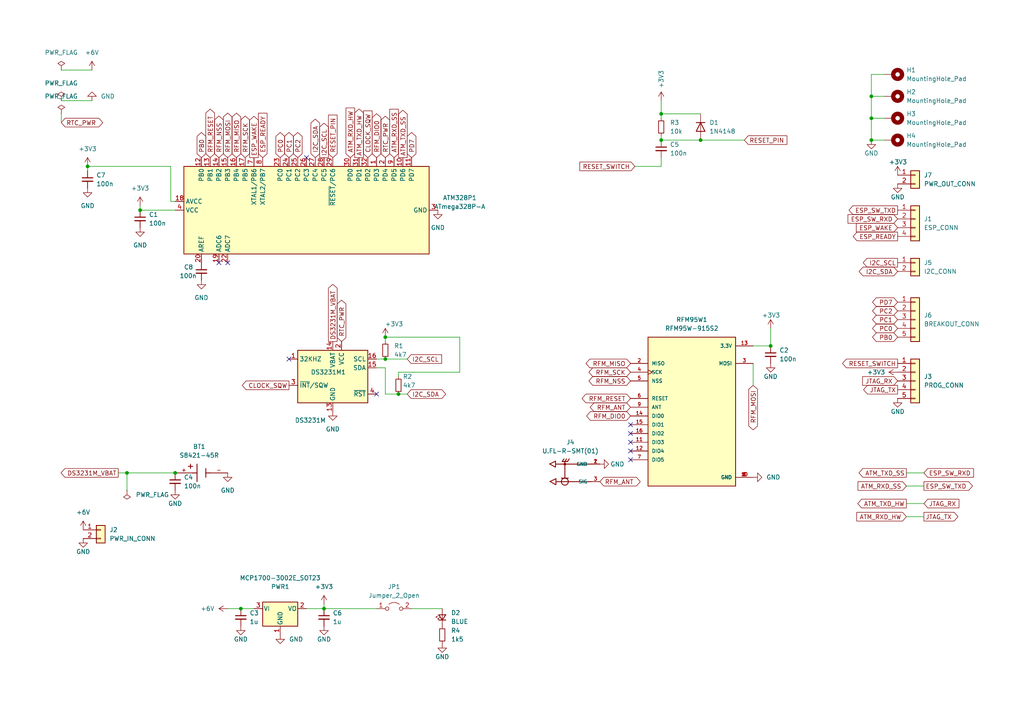
<source format=kicad_sch>
(kicad_sch (version 20211123) (generator eeschema)
  (paper "A4")
  (lib_symbols
    (symbol "Connector_Generic:Conn_01x02" (pin_names (offset 1.016) hide)
      (property "Reference" "J" (at 0 2.54 0))
      (property "Value" "Conn_01x02" (at 0 -5.08 0))
      (symbol "Conn_01x02_1_1"
        (rectangle (start -1.27 -2.413) (end 0 -2.667) (stroke (width 0.1524)))
        (rectangle (start -1.27 0.127) (end 0 -0.127) (stroke (width 0.1524)))
        (rectangle (start -1.27 1.27) (end 1.27 -3.81) (stroke (width 0.254)) (fill (type background)))
        (pin passive line (at -5.08 0 0) (length 3.81) (name "Pin_1") (number "1"))
        (pin passive line (at -5.08 -2.54 0) (length 3.81) (name "Pin_2") (number "2"))
      )
    )
    (symbol "Connector_Generic:Conn_01x04" (pin_names (offset 1.016) hide)
      (property "Reference" "J" (at 0 5.08 0))
      (property "Value" "Conn_01x04" (at 0 -7.62 0))
      (symbol "Conn_01x04_1_1"
        (rectangle (start -1.27 -4.953) (end 0 -5.207) (stroke (width 0.1524)))
        (rectangle (start -1.27 -2.413) (end 0 -2.667) (stroke (width 0.1524)))
        (rectangle (start -1.27 0.127) (end 0 -0.127) (stroke (width 0.1524)))
        (rectangle (start -1.27 2.667) (end 0 2.413) (stroke (width 0.1524)))
        (rectangle (start -1.27 3.81) (end 1.27 -6.35) (stroke (width 0.254)) (fill (type background)))
        (pin passive line (at -5.08 2.54 0) (length 3.81) (name "Pin_1") (number "1"))
        (pin passive line (at -5.08 0 0) (length 3.81) (name "Pin_2") (number "2"))
        (pin passive line (at -5.08 -2.54 0) (length 3.81) (name "Pin_3") (number "3"))
        (pin passive line (at -5.08 -5.08 0) (length 3.81) (name "Pin_4") (number "4"))
      )
    )
    (symbol "Connector_Generic:Conn_01x05" (pin_names (offset 1.016) hide)
      (property "Reference" "J" (at 0 7.62 0))
      (property "Value" "Conn_01x05" (at 0 -7.62 0))
      (symbol "Conn_01x05_1_1"
        (rectangle (start -1.27 -4.953) (end 0 -5.207) (stroke (width 0.1524)))
        (rectangle (start -1.27 -2.413) (end 0 -2.667) (stroke (width 0.1524)))
        (rectangle (start -1.27 0.127) (end 0 -0.127) (stroke (width 0.1524)))
        (rectangle (start -1.27 2.667) (end 0 2.413) (stroke (width 0.1524)))
        (rectangle (start -1.27 5.207) (end 0 4.953) (stroke (width 0.1524)))
        (rectangle (start -1.27 6.35) (end 1.27 -6.35) (stroke (width 0.254)) (fill (type background)))
        (pin passive line (at -5.08 5.08 0) (length 3.81) (name "Pin_1") (number "1"))
        (pin passive line (at -5.08 2.54 0) (length 3.81) (name "Pin_2") (number "2"))
        (pin passive line (at -5.08 0 0) (length 3.81) (name "Pin_3") (number "3"))
        (pin passive line (at -5.08 -2.54 0) (length 3.81) (name "Pin_4") (number "4"))
        (pin passive line (at -5.08 -5.08 0) (length 3.81) (name "Pin_5") (number "5"))
      )
    )
    (symbol "Device:C_Small" (pin_numbers hide) (pin_names (offset 0.254) hide)
      (property "Reference" "C" (at 0.254 1.778 0))
      (property "Value" "C_Small" (at 0.254 -2.032 0))
      (symbol "C_Small_0_1"
        (polyline (pts (xy -1.524 -0.508) (xy 1.524 -0.508)) (stroke (width 0.3302)))
        (polyline (pts (xy -1.524 0.508) (xy 1.524 0.508)) (stroke (width 0.3048)))
      )
      (symbol "C_Small_1_1"
        (pin passive line (at 0 2.54 270) (length 2.032) (name "~") (number "1"))
        (pin passive line (at 0 -2.54 90) (length 2.032) (name "~") (number "2"))
      )
    )
    (symbol "Device:LED_Small" (pin_numbers hide) (pin_names (offset 0.254) hide)
      (property "Reference" "D" (at -1.27 3.175 0))
      (property "Value" "LED_Small" (at -4.445 -2.54 0))
      (symbol "LED_Small_0_1"
        (polyline (pts (xy -0.762 -1.016) (xy -0.762 1.016)) (stroke (width 0.254)))
        (polyline (pts (xy 1.016 0) (xy -0.762 0)))
        (polyline (pts (xy 0.762 -1.016) (xy -0.762 0) (xy 0.762 1.016) (xy 0.762 -1.016)) (stroke (width 0.254)))
        (polyline (pts (xy 0 0.762) (xy -0.508 1.27) (xy -0.254 1.27) (xy -0.508 1.27) (xy -0.508 1.016)))
        (polyline (pts (xy 0.508 1.27) (xy 0 1.778) (xy 0.254 1.778) (xy 0 1.778) (xy 0 1.524)))
      )
      (symbol "LED_Small_1_1"
        (pin passive line (at -2.54 0 0) (length 1.778) (name "K") (number "1"))
        (pin passive line (at 2.54 0 180) (length 1.778) (name "A") (number "2"))
      )
    )
    (symbol "Device:R_Small" (pin_numbers hide) (pin_names (offset 0.254) hide)
      (property "Reference" "R" (at 0.762 0.508 0))
      (property "Value" "R_Small" (at 0.762 -1.016 0))
      (symbol "R_Small_0_1"
        (rectangle (start -0.762 1.778) (end 0.762 -1.778) (stroke (width 0.2032)))
      )
      (symbol "R_Small_1_1"
        (pin passive line (at 0 2.54 270) (length 0.762) (name "~") (number "1"))
        (pin passive line (at 0 -2.54 90) (length 0.762) (name "~") (number "2"))
      )
    )
    (symbol "Diode:1N4148" (pin_numbers hide) (pin_names (offset 1.016) hide)
      (property "Reference" "D" (at 0 2.54 0))
      (property "Value" "1N4148" (at 0 -2.54 0))
      (symbol "1N4148_0_1"
        (polyline (pts (xy -1.27 1.27) (xy -1.27 -1.27)) (stroke (width 0.254)))
        (polyline (pts (xy 1.27 0) (xy -1.27 0)))
        (polyline (pts (xy 1.27 1.27) (xy 1.27 -1.27) (xy -1.27 0) (xy 1.27 1.27)) (stroke (width 0.254)))
      )
      (symbol "1N4148_1_1"
        (pin passive line (at -3.81 0 0) (length 2.54) (name "K") (number "1"))
        (pin passive line (at 3.81 0 180) (length 2.54) (name "A") (number "2"))
      )
    )
    (symbol "Jumper:Jumper_2_Open" (pin_names (offset 0) hide)
      (property "Reference" "JP" (at 0 2.794 0))
      (property "Value" "Jumper_2_Open" (at 0 -2.286 0))
      (symbol "Jumper_2_Open_0_0"
        (circle (center -2.032 0) (radius 0.508))
        (circle (center 2.032 0) (radius 0.508))
      )
      (symbol "Jumper_2_Open_0_1"
        (arc (start 1.524 1.27) (mid 0 1.778) (end -1.524 1.27))
      )
      (symbol "Jumper_2_Open_1_1"
        (pin passive line (at -5.08 0 0) (length 2.54) (name "A") (number "1"))
        (pin passive line (at 5.08 0 180) (length 2.54) (name "B") (number "2"))
      )
    )
    (symbol "MCU_Microchip_ATmega:ATmega328P-A"
      (property "Reference" "U" (at -12.7 36.83 0))
      (property "Value" "ATmega328P-A" (at 2.54 -36.83 0))
      (symbol "ATmega328P-A_0_1"
        (rectangle (start -12.7 -35.56) (end 12.7 35.56) (stroke (width 0.254)) (fill (type background)))
      )
      (symbol "ATmega328P-A_1_1"
        (pin bidirectional line (at 15.24 -20.32 180) (length 2.54) (name "PD3") (number "1"))
        (pin bidirectional line (at 15.24 -27.94 180) (length 2.54) (name "PD6") (number "10"))
        (pin bidirectional line (at 15.24 -30.48 180) (length 2.54) (name "PD7") (number "11"))
        (pin bidirectional line (at 15.24 30.48 180) (length 2.54) (name "PB0") (number "12"))
        (pin bidirectional line (at 15.24 27.94 180) (length 2.54) (name "PB1") (number "13"))
        (pin bidirectional line (at 15.24 25.4 180) (length 2.54) (name "PB2") (number "14"))
        (pin bidirectional line (at 15.24 22.86 180) (length 2.54) (name "PB3") (number "15"))
        (pin bidirectional line (at 15.24 20.32 180) (length 2.54) (name "PB4") (number "16"))
        (pin bidirectional line (at 15.24 17.78 180) (length 2.54) (name "PB5") (number "17"))
        (pin power_in line (at 2.54 38.1 270) (length 2.54) (name "AVCC") (number "18"))
        (pin input line (at -15.24 25.4 0) (length 2.54) (name "ADC6") (number "19"))
        (pin bidirectional line (at 15.24 -22.86 180) (length 2.54) (name "PD4") (number "2"))
        (pin passive line (at -15.24 30.48 0) (length 2.54) (name "AREF") (number "20"))
        (pin passive line (at 0 -38.1 90) (length 2.54) hide (name "GND") (number "21"))
        (pin input line (at -15.24 22.86 0) (length 2.54) (name "ADC7") (number "22"))
        (pin bidirectional line (at 15.24 7.62 180) (length 2.54) (name "PC0") (number "23"))
        (pin bidirectional line (at 15.24 5.08 180) (length 2.54) (name "PC1") (number "24"))
        (pin bidirectional line (at 15.24 2.54 180) (length 2.54) (name "PC2") (number "25"))
        (pin bidirectional line (at 15.24 0 180) (length 2.54) (name "PC3") (number "26"))
        (pin bidirectional line (at 15.24 -2.54 180) (length 2.54) (name "PC4") (number "27"))
        (pin bidirectional line (at 15.24 -5.08 180) (length 2.54) (name "PC5") (number "28"))
        (pin bidirectional line (at 15.24 -7.62 180) (length 2.54) (name "~{RESET}/PC6") (number "29"))
        (pin power_in line (at 0 -38.1 90) (length 2.54) (name "GND") (number "3"))
        (pin bidirectional line (at 15.24 -12.7 180) (length 2.54) (name "PD0") (number "30"))
        (pin bidirectional line (at 15.24 -15.24 180) (length 2.54) (name "PD1") (number "31"))
        (pin bidirectional line (at 15.24 -17.78 180) (length 2.54) (name "PD2") (number "32"))
        (pin power_in line (at 0 38.1 270) (length 2.54) (name "VCC") (number "4"))
        (pin passive line (at 0 -38.1 90) (length 2.54) hide (name "GND") (number "5"))
        (pin passive line (at 0 38.1 270) (length 2.54) hide (name "VCC") (number "6"))
        (pin bidirectional line (at 15.24 15.24 180) (length 2.54) (name "XTAL1/PB6") (number "7"))
        (pin bidirectional line (at 15.24 12.7 180) (length 2.54) (name "XTAL2/PB7") (number "8"))
        (pin bidirectional line (at 15.24 -25.4 180) (length 2.54) (name "PD5") (number "9"))
      )
    )
    (symbol "Mechanical:MountingHole_Pad" (pin_numbers hide) (pin_names (offset 1.016) hide)
      (property "Reference" "H" (at 0 6.35 0))
      (property "Value" "MountingHole_Pad" (at 0 4.445 0))
      (symbol "MountingHole_Pad_0_1"
        (circle (center 0 1.27) (radius 1.27) (stroke (width 1.27)))
      )
      (symbol "MountingHole_Pad_1_1"
        (pin input line (at 0 -2.54 90) (length 2.54) (name "1") (number "1"))
      )
    )
    (symbol "RFM95W-915S2:RFM95W-915S2" (pin_names (offset 1.016))
      (property "Reference" "U" (at -12.7 22.86 0))
      (property "Value" "RFM95W-915S2" (at -12.7 -22.86 0))
      (symbol "RFM95W-915S2_0_0"
        (rectangle (start -12.7 -20.32) (end 12.7 22.86) (stroke (width 0.254)) (fill (type background)))
        (pin power_in line (at 17.78 -17.78 180) (length 5.08) (name "GND") (number "1"))
        (pin power_in line (at 17.78 -17.78 180) (length 5.08) (name "GND") (number "10"))
        (pin bidirectional line (at -17.78 -7.62 0) (length 5.08) (name "DIO3") (number "11"))
        (pin bidirectional line (at -17.78 -10.16 0) (length 5.08) (name "DIO4") (number "12"))
        (pin power_in line (at 17.78 20.32 180) (length 5.08) (name "3.3V") (number "13"))
        (pin bidirectional line (at -17.78 0 0) (length 5.08) (name "DIO0") (number "14"))
        (pin bidirectional line (at -17.78 -2.54 0) (length 5.08) (name "DIO1") (number "15"))
        (pin bidirectional line (at -17.78 -5.08 0) (length 5.08) (name "DIO2") (number "16"))
        (pin input line (at -17.78 15.24 0) (length 5.08) (name "MISO") (number "2"))
        (pin output line (at 17.78 15.24 180) (length 5.08) (name "MOSI") (number "3"))
        (pin input clock (at -17.78 12.7 0) (length 5.08) (name "SCK") (number "4"))
        (pin input line (at -17.78 10.16 0) (length 5.08) (name "NSS") (number "5"))
        (pin bidirectional line (at -17.78 5.08 0) (length 5.08) (name "RESET") (number "6"))
        (pin bidirectional line (at -17.78 -12.7 0) (length 5.08) (name "DIO5") (number "7"))
        (pin power_in line (at 17.78 -17.78 180) (length 5.08) (name "GND") (number "8"))
        (pin bidirectional line (at -17.78 2.54 0) (length 5.08) (name "ANT") (number "9"))
      )
    )
    (symbol "Regulator_Linear:MCP1700-3002E_SOT23" (pin_names (offset 0.254))
      (property "Reference" "U" (at -3.81 3.175 0))
      (property "Value" "MCP1700-3002E_SOT23" (at 0 3.175 0))
      (symbol "MCP1700-3002E_SOT23_0_1"
        (rectangle (start -5.08 1.905) (end 5.08 -5.08) (stroke (width 0.254)) (fill (type background)))
      )
      (symbol "MCP1700-3002E_SOT23_1_1"
        (pin power_in line (at 0 -7.62 90) (length 2.54) (name "GND") (number "1"))
        (pin power_out line (at 7.62 0 180) (length 2.54) (name "VO") (number "2"))
        (pin power_in line (at -7.62 0 0) (length 2.54) (name "VI") (number "3"))
      )
    )
    (symbol "S8421-45R:S8421-45R" (pin_names (offset 1.016) hide)
      (property "Reference" "BT" (at -3.81 3.81 0))
      (property "Value" "S8421-45R" (at -3.81 -5.08 0))
      (symbol "S8421-45R_0_0"
        (polyline (pts (xy -3.81 1.905) (xy -2.54 1.905)) (stroke (width 0.254)))
        (polyline (pts (xy -3.175 2.54) (xy -3.175 1.27)) (stroke (width 0.254)))
        (polyline (pts (xy -1.27 0) (xy -2.54 0)) (stroke (width 0.254)))
        (polyline (pts (xy -1.27 0) (xy -1.27 -2.54)) (stroke (width 0.254)))
        (polyline (pts (xy -1.27 2.54) (xy -1.27 0)) (stroke (width 0.254)))
        (polyline (pts (xy 1.27 0) (xy 1.27 -1.27)) (stroke (width 0.254)))
        (polyline (pts (xy 1.27 0) (xy 2.54 0)) (stroke (width 0.254)))
        (polyline (pts (xy 1.27 1.27) (xy 1.27 0)) (stroke (width 0.254)))
        (pin passive line (at -7.62 0 0) (length 5.08) (name "~") (number "+"))
        (pin passive line (at 7.62 0 180) (length 5.08) (name "~") (number "-"))
      )
    )
    (symbol "Timer_RTC:DS3231M"
      (property "Reference" "U" (at -7.62 8.89 0))
      (property "Value" "DS3231M" (at 10.16 8.89 0))
      (symbol "DS3231M_0_1"
        (rectangle (start -10.16 7.62) (end 10.16 -7.62) (stroke (width 0.254)) (fill (type background)))
      )
      (symbol "DS3231M_1_1"
        (pin open_collector line (at 12.7 5.08 180) (length 2.54) (name "32KHZ") (number "1"))
        (pin passive line (at 0 -10.16 90) (length 2.54) hide (name "GND") (number "10"))
        (pin passive line (at 0 -10.16 90) (length 2.54) hide (name "GND") (number "11"))
        (pin passive line (at 0 -10.16 90) (length 2.54) hide (name "GND") (number "12"))
        (pin power_in line (at 0 -10.16 90) (length 2.54) (name "GND") (number "13"))
        (pin power_in line (at 0 10.16 270) (length 2.54) (name "VBAT") (number "14"))
        (pin bidirectional line (at -12.7 2.54 0) (length 2.54) (name "SDA") (number "15"))
        (pin input line (at -12.7 5.08 0) (length 2.54) (name "SCL") (number "16"))
        (pin power_in line (at -2.54 10.16 270) (length 2.54) (name "VCC") (number "2"))
        (pin open_collector line (at 12.7 -2.54 180) (length 2.54) (name "~{INT}/SQW") (number "3"))
        (pin bidirectional line (at -12.7 -5.08 0) (length 2.54) (name "~{RST}") (number "4"))
        (pin passive line (at 0 -10.16 90) (length 2.54) hide (name "GND") (number "5"))
        (pin passive line (at 0 -10.16 90) (length 2.54) hide (name "GND") (number "6"))
        (pin passive line (at 0 -10.16 90) (length 2.54) hide (name "GND") (number "7"))
        (pin passive line (at 0 -10.16 90) (length 2.54) hide (name "GND") (number "8"))
        (pin passive line (at 0 -10.16 90) (length 2.54) hide (name "GND") (number "9"))
      )
    )
    (symbol "U.FL-R-SMT_01_:U.FL-R-SMT(01)" (pin_names (offset 1.016))
      (property "Reference" "J" (at -3.81 4.064 0))
      (property "Value" "U.FL-R-SMT(01)" (at -4.318 -5.588 0))
      (symbol "U.FL-R-SMT(01)_0_0"
        (circle (center 0 -2.54) (radius 0.254) (stroke (width 0.254)))
        (polyline (pts (xy -7.62 -2.54) (xy 0 -2.54)) (stroke (width 0.254)))
        (polyline (pts (xy -7.62 2.54) (xy 2.54 2.54)) (stroke (width 0.254)))
        (polyline (pts (xy -1.016 1.524) (xy 0 1.524)) (stroke (width 0.254)))
        (polyline (pts (xy -0.762 -3.302) (xy -1.27 -4.064)) (stroke (width 0.254)))
        (polyline (pts (xy 0 -3.302) (xy -0.762 -3.302)) (stroke (width 0.254)))
        (polyline (pts (xy 0 -3.302) (xy -0.508 -4.064)) (stroke (width 0.254)))
        (polyline (pts (xy 0 -3.302) (xy 0.762 -3.302)) (stroke (width 0.254)))
        (polyline (pts (xy 0 -2.54) (xy 0 -3.302)) (stroke (width 0.254)))
        (polyline (pts (xy 0 1.524) (xy 0 -2.54)) (stroke (width 0.254)))
        (polyline (pts (xy 0 1.524) (xy 1.016 1.524)) (stroke (width 0.254)))
        (polyline (pts (xy 0.762 -3.302) (xy 0.254 -4.064)) (stroke (width 0.254)))
        (polyline (pts (xy 2.54 -2.54) (xy 0 -2.54)) (stroke (width 0.254)))
        (polyline (pts (xy 2.5908 1.7018) (xy 4.2926 2.4892)) (stroke (width 0.254)))
        (polyline (pts (xy 2.5908 3.4036) (xy 2.5908 1.7018)) (stroke (width 0.254)))
        (polyline (pts (xy 2.6924 -3.4036) (xy 4.3942 -2.5908)) (stroke (width 0.254)))
        (polyline (pts (xy 2.6924 -1.7018) (xy 2.6924 -3.4036)) (stroke (width 0.254)))
        (polyline (pts (xy 4.2926 2.4892) (xy 2.6924 3.4036)) (stroke (width 0.254)))
        (polyline (pts (xy 4.3942 -2.5908) (xy 2.794 -1.7018)) (stroke (width 0.254)))
        (circle (center 0 2.54) (radius 1.016) (stroke (width 0.254)))
        (pin passive line (at -10.16 -2.54 0) (length 2.54) (name "GND") (number "1"))
        (pin passive line (at -10.16 -2.54 0) (length 2.54) (name "GND") (number "2"))
        (pin passive line (at -10.16 2.54 0) (length 2.54) (name "SIG") (number "3"))
      )
    )
    (symbol "power:+3.3V" (power) (pin_names (offset 0))
      (property "Value" "+3.3V" (at 0 3.556 0))
      (symbol "+3.3V_0_1"
        (polyline (pts (xy -0.762 1.27) (xy 0 2.54)))
        (polyline (pts (xy 0 0) (xy 0 2.54)))
        (polyline (pts (xy 0 2.54) (xy 0.762 1.27)))
      )
      (symbol "+3.3V_1_1"
        (pin power_in line (at 0 0 90) (length 0) hide (name "+3V3") (number "1"))
      )
    )
    (symbol "power:+6V" (power) (pin_names (offset 0))
      (property "Value" "+6V" (at 0 3.556 0))
      (symbol "+6V_0_1"
        (polyline (pts (xy -0.762 1.27) (xy 0 2.54)))
        (polyline (pts (xy 0 0) (xy 0 2.54)))
        (polyline (pts (xy 0 2.54) (xy 0.762 1.27)))
      )
      (symbol "+6V_1_1"
        (pin power_in line (at 0 0 90) (length 0) hide (name "+6V") (number "1"))
      )
    )
    (symbol "power:GND" (power) (pin_names (offset 0))
      (property "Value" "GND" (at 0 -3.81 0))
      (symbol "GND_0_1"
        (polyline (pts (xy 0 0) (xy 0 -1.27) (xy 1.27 -1.27) (xy 0 -2.54) (xy -1.27 -1.27) (xy 0 -1.27)))
      )
      (symbol "GND_1_1"
        (pin power_in line (at 0 0 270) (length 0) hide (name "GND") (number "1"))
      )
    )
    (symbol "power:PWR_FLAG" (power) (pin_numbers hide) (pin_names (offset 0) hide)
      (property "Value" "PWR_FLAG" (at 0 3.81 0))
      (symbol "PWR_FLAG_0_0"
        (pin power_out line (at 0 0 90) (length 0) (name "pwr") (number "1"))
      )
      (symbol "PWR_FLAG_0_1"
        (polyline (pts (xy 0 0) (xy 0 1.27) (xy -1.016 1.905) (xy 0 2.54) (xy 1.016 1.905) (xy 0 1.27)))
      )
    )
  )
  (junction (at 25.4 48.26))
  (junction (at 252.73 27.94))
  (junction (at 252.73 34.29))
  (junction (at 252.73 40.64))
  (junction (at 191.77 40.64))
  (junction (at 36.83 137.16))
  (junction (at 203.2 40.64))
  (junction (at 69.85 176.53))
  (junction (at 223.52 100.33))
  (junction (at 115.57 114.3))
  (junction (at 111.76 97.79))
  (junction (at 40.64 60.96))
  (junction (at 50.8 137.16))
  (junction (at 111.76 104.14))
  (junction (at 93.98 176.53))
  (junction (at 191.77 33.02))
  (no_connect (at 182.88 130.81))
  (no_connect (at 88.9 45.72))
  (no_connect (at 182.88 133.35))
  (no_connect (at 182.88 125.73))
  (no_connect (at 182.88 128.27))
  (no_connect (at 66.04 76.2))
  (no_connect (at 63.5 76.2))
  (no_connect (at 109.22 114.3))
  (no_connect (at 182.88 123.19))
  (no_connect (at 83.82 104.14))
  (wire (pts (xy 191.77 48.26) (xy 191.77 45.72)))
  (wire (pts (xy 66.04 176.53) (xy 69.85 176.53)))
  (wire (pts (xy 93.98 176.53) (xy 109.22 176.53)))
  (wire (pts (xy 252.73 40.64) (xy 256.54 40.64)))
  (wire (pts (xy 34.29 137.16) (xy 36.83 137.16)))
  (wire (pts (xy 115.57 107.95) (xy 133.35 107.95)))
  (wire (pts (xy 115.57 107.95) (xy 115.57 109.22)))
  (wire (pts (xy 252.73 34.29) (xy 256.54 34.29)))
  (wire (pts (xy 111.76 106.68) (xy 111.76 114.3)))
  (wire (pts (xy 191.77 33.02) (xy 203.2 33.02)))
  (wire (pts (xy 184.15 48.26) (xy 191.77 48.26)))
  (wire (pts (xy 133.35 107.95) (xy 133.35 97.79)))
  (wire (pts (xy 50.8 58.42) (xy 49.53 58.42)))
  (wire (pts (xy 49.53 48.26) (xy 25.4 48.26)))
  (wire (pts (xy 252.73 21.59) (xy 256.54 21.59)))
  (wire (pts (xy 203.2 40.64) (xy 215.9 40.64)))
  (wire (pts (xy 252.73 34.29) (xy 252.73 27.94)))
  (wire (pts (xy 252.73 27.94) (xy 256.54 27.94)))
  (wire (pts (xy 17.78 33.02) (xy 17.78 35.56)))
  (wire (pts (xy 17.78 29.21) (xy 26.67 29.21)))
  (wire (pts (xy 191.77 39.37) (xy 191.77 40.64)))
  (wire (pts (xy 252.73 27.94) (xy 252.73 21.59)))
  (wire (pts (xy 40.64 59.69) (xy 40.64 60.96)))
  (wire (pts (xy 109.22 106.68) (xy 111.76 106.68)))
  (wire (pts (xy 25.4 48.26) (xy 25.4 49.53)))
  (wire (pts (xy 223.52 95.25) (xy 223.52 100.33)))
  (wire (pts (xy 133.35 97.79) (xy 111.76 97.79)))
  (wire (pts (xy 36.83 137.16) (xy 36.83 142.24)))
  (wire (pts (xy 218.44 111.76) (xy 218.44 105.41)))
  (wire (pts (xy 111.76 114.3) (xy 115.57 114.3)))
  (wire (pts (xy 191.77 40.64) (xy 203.2 40.64)))
  (wire (pts (xy 252.73 40.64) (xy 252.73 34.29)))
  (wire (pts (xy 115.57 114.3) (xy 118.11 114.3)))
  (wire (pts (xy 49.53 58.42) (xy 49.53 48.26)))
  (wire (pts (xy 17.78 20.32) (xy 26.67 20.32)))
  (wire (pts (xy 262.89 137.16) (xy 267.97 137.16)))
  (wire (pts (xy 69.85 176.53) (xy 73.66 176.53)))
  (wire (pts (xy 93.98 175.26) (xy 93.98 176.53)))
  (wire (pts (xy 119.38 176.53) (xy 128.27 176.53)))
  (wire (pts (xy 40.64 60.96) (xy 50.8 60.96)))
  (wire (pts (xy 218.44 100.33) (xy 223.52 100.33)))
  (wire (pts (xy 262.89 146.05) (xy 267.97 146.05)))
  (wire (pts (xy 191.77 29.21) (xy 191.77 33.02)))
  (wire (pts (xy 262.89 149.86) (xy 267.97 149.86)))
  (wire (pts (xy 36.83 137.16) (xy 50.8 137.16)))
  (wire (pts (xy 111.76 104.14) (xy 109.22 104.14)))
  (wire (pts (xy 88.9 176.53) (xy 93.98 176.53)))
  (wire (pts (xy 111.76 97.79) (xy 111.76 99.06)))
  (wire (pts (xy 191.77 33.02) (xy 191.77 34.29)))
  (wire (pts (xy 262.89 140.97) (xy 267.97 140.97)))
  (wire (pts (xy 118.11 104.14) (xy 111.76 104.14)))
  (global_label "PD7" (shape bidirectional) (at 119.38 45.72 90) (property "Intersheet References" "${INTERSHEET_REFS}" (effects hide)))
  (global_label "DS3231M_VBAT" (shape output) (at 34.29 137.16 180) (property "Intersheet References" "${INTERSHEET_REFS}" (effects hide)))
  (global_label "ESP_SW_TXD" (shape output) (at 260.35 60.96 180) (property "Intersheet References" "${INTERSHEET_REFS}" (effects hide)))
  (global_label "RFM_NSS" (shape bidirectional) (at 182.88 110.49 180) (property "Intersheet References" "${INTERSHEET_REFS}" (effects hide)))
  (global_label "ESP_SW_RXD" (shape input) (at 267.97 137.16 0) (property "Intersheet References" "${INTERSHEET_REFS}" (effects hide)))
  (global_label "RFM_MOSI" (shape bidirectional) (at 218.44 111.76 270) (property "Intersheet References" "${INTERSHEET_REFS}" (effects hide)))
  (global_label "RFM_MOSI" (shape bidirectional) (at 66.04 45.72 90) (property "Intersheet References" "${INTERSHEET_REFS}" (effects hide)))
  (global_label "JTAG_RX" (shape input) (at 260.35 110.49 180) (property "Intersheet References" "${INTERSHEET_REFS}" (effects hide)))
  (global_label "PB0" (shape bidirectional) (at 260.35 97.79 180) (property "Intersheet References" "${INTERSHEET_REFS}" (effects hide)))
  (global_label "RFM_ANT" (shape bidirectional) (at 182.88 118.11 180) (property "Intersheet References" "${INTERSHEET_REFS}" (effects hide)))
  (global_label "PB0" (shape bidirectional) (at 58.42 45.72 90) (property "Intersheet References" "${INTERSHEET_REFS}" (effects hide)))
  (global_label "PC2" (shape bidirectional) (at 260.35 90.17 180) (property "Intersheet References" "${INTERSHEET_REFS}" (effects hide)))
  (global_label "PC0" (shape bidirectional) (at 81.28 45.72 90) (property "Intersheet References" "${INTERSHEET_REFS}" (effects hide)))
  (global_label "RESET_SWITCH" (shape output) (at 260.35 105.41 180) (property "Intersheet References" "${INTERSHEET_REFS}" (effects hide)))
  (global_label "I2C_SDA" (shape bidirectional) (at 260.35 78.74 180) (property "Intersheet References" "${INTERSHEET_REFS}" (effects hide)))
  (global_label "ESP_WAKE" (shape output) (at 73.66 45.72 90) (property "Intersheet References" "${INTERSHEET_REFS}" (effects hide)))
  (global_label "RTC_PWR" (shape bidirectional) (at 17.78 35.56 0) (property "Intersheet References" "${INTERSHEET_REFS}" (effects hide)))
  (global_label "ESP_WAKE" (shape input) (at 260.35 66.04 180) (property "Intersheet References" "${INTERSHEET_REFS}" (effects hide)))
  (global_label "ATM_TXD_SS" (shape output) (at 116.84 45.72 90) (property "Intersheet References" "${INTERSHEET_REFS}" (effects hide)))
  (global_label "ATM_RXD_HW" (shape input) (at 262.89 149.86 180) (property "Intersheet References" "${INTERSHEET_REFS}" (effects hide)))
  (global_label "I2C_SCL" (shape input) (at 118.11 104.14 0) (property "Intersheet References" "${INTERSHEET_REFS}" (effects hide)))
  (global_label "RTC_PWR" (shape bidirectional) (at 111.76 45.72 90) (property "Intersheet References" "${INTERSHEET_REFS}" (effects hide)))
  (global_label "DS3231M_VBAT" (shape output) (at 96.52 99.06 90) (property "Intersheet References" "${INTERSHEET_REFS}" (effects hide)))
  (global_label "RFM_MISO" (shape bidirectional) (at 68.58 45.72 90) (property "Intersheet References" "${INTERSHEET_REFS}" (effects hide)))
  (global_label "PD7" (shape bidirectional) (at 260.35 87.63 180) (property "Intersheet References" "${INTERSHEET_REFS}" (effects hide)))
  (global_label "RESET_PIN" (shape input) (at 96.52 45.72 90) (property "Intersheet References" "${INTERSHEET_REFS}" (effects hide)))
  (global_label "ESP_SW_RXD" (shape input) (at 260.35 63.5 180) (property "Intersheet References" "${INTERSHEET_REFS}" (effects hide)))
  (global_label "I2C_SDA" (shape bidirectional) (at 91.44 45.72 90) (property "Intersheet References" "${INTERSHEET_REFS}" (effects hide)))
  (global_label "ATM_RXD_SS" (shape input) (at 262.89 140.97 180) (property "Intersheet References" "${INTERSHEET_REFS}" (effects hide)))
  (global_label "ESP_SW_TXD" (shape output) (at 267.97 140.97 0) (property "Intersheet References" "${INTERSHEET_REFS}" (effects hide)))
  (global_label "RFM_SCK" (shape bidirectional) (at 71.12 45.72 90) (property "Intersheet References" "${INTERSHEET_REFS}" (effects hide)))
  (global_label "ATM_TXD_SS" (shape output) (at 262.89 137.16 180) (property "Intersheet References" "${INTERSHEET_REFS}" (effects hide)))
  (global_label "PC2" (shape bidirectional) (at 86.36 45.72 90) (property "Intersheet References" "${INTERSHEET_REFS}" (effects hide)))
  (global_label "ESP_READY" (shape input) (at 76.2 45.72 90) (property "Intersheet References" "${INTERSHEET_REFS}" (effects hide)))
  (global_label "JTAG_RX" (shape input) (at 267.97 146.05 0) (property "Intersheet References" "${INTERSHEET_REFS}" (effects hide)))
  (global_label "PC1" (shape bidirectional) (at 83.82 45.72 90) (property "Intersheet References" "${INTERSHEET_REFS}" (effects hide)))
  (global_label "RFM_DIO0" (shape bidirectional) (at 109.22 45.72 90) (property "Intersheet References" "${INTERSHEET_REFS}" (effects hide)))
  (global_label "RFM_MISO" (shape bidirectional) (at 182.88 105.41 180) (property "Intersheet References" "${INTERSHEET_REFS}" (effects hide)))
  (global_label "RESET_PIN" (shape input) (at 215.9 40.64 0) (property "Intersheet References" "${INTERSHEET_REFS}" (effects hide)))
  (global_label "RFM_NSS" (shape bidirectional) (at 63.5 45.72 90) (property "Intersheet References" "${INTERSHEET_REFS}" (effects hide)))
  (global_label "CLOCK_SQW" (shape input) (at 106.68 45.72 90) (property "Intersheet References" "${INTERSHEET_REFS}" (effects hide)))
  (global_label "ATM_TXD_HW" (shape output) (at 262.89 146.05 180) (property "Intersheet References" "${INTERSHEET_REFS}" (effects hide)))
  (global_label "I2C_SDA" (shape bidirectional) (at 118.11 114.3 0) (property "Intersheet References" "${INTERSHEET_REFS}" (effects hide)))
  (global_label "RESET_SWITCH" (shape input) (at 184.15 48.26 180) (property "Intersheet References" "${INTERSHEET_REFS}" (effects hide)))
  (global_label "ATM_RXD_HW" (shape input) (at 101.6 45.72 90) (property "Intersheet References" "${INTERSHEET_REFS}" (effects hide)))
  (global_label "RFM_SCK" (shape bidirectional) (at 182.88 107.95 180) (property "Intersheet References" "${INTERSHEET_REFS}" (effects hide)))
  (global_label "JTAG_TX" (shape output) (at 260.35 113.03 180) (property "Intersheet References" "${INTERSHEET_REFS}" (effects hide)))
  (global_label "RTC_PWR" (shape bidirectional) (at 99.06 99.06 90) (property "Intersheet References" "${INTERSHEET_REFS}" (effects hide)))
  (global_label "PC1" (shape bidirectional) (at 260.35 92.71 180) (property "Intersheet References" "${INTERSHEET_REFS}" (effects hide)))
  (global_label "I2C_SCL" (shape output) (at 260.35 76.2 180) (property "Intersheet References" "${INTERSHEET_REFS}" (effects hide)))
  (global_label "RFM_RESET" (shape bidirectional) (at 182.88 115.57 180) (property "Intersheet References" "${INTERSHEET_REFS}" (effects hide)))
  (global_label "JTAG_TX" (shape output) (at 267.97 149.86 0) (property "Intersheet References" "${INTERSHEET_REFS}" (effects hide)))
  (global_label "RFM_ANT" (shape bidirectional) (at 173.99 139.7 0) (property "Intersheet References" "${INTERSHEET_REFS}" (effects hide)))
  (global_label "ESP_READY" (shape output) (at 260.35 68.58 180) (property "Intersheet References" "${INTERSHEET_REFS}" (effects hide)))
  (global_label "ATM_TXD_HW" (shape output) (at 104.14 45.72 90) (property "Intersheet References" "${INTERSHEET_REFS}" (effects hide)))
  (global_label "CLOCK_SQW" (shape output) (at 83.82 111.76 180) (property "Intersheet References" "${INTERSHEET_REFS}" (effects hide)))
  (global_label "RFM_DIO0" (shape bidirectional) (at 182.88 120.65 180) (property "Intersheet References" "${INTERSHEET_REFS}" (effects hide)))
  (global_label "I2C_SCL" (shape output) (at 93.98 45.72 90) (property "Intersheet References" "${INTERSHEET_REFS}" (effects hide)))
  (global_label "RFM_RESET" (shape bidirectional) (at 60.96 45.72 90) (property "Intersheet References" "${INTERSHEET_REFS}" (effects hide)))
  (global_label "PC0" (shape bidirectional) (at 260.35 95.25 180) (property "Intersheet References" "${INTERSHEET_REFS}" (effects hide)))
  (global_label "ATM_RXD_SS" (shape input) (at 114.3 45.72 90) (property "Intersheet References" "${INTERSHEET_REFS}" (effects hide)))
  (symbol (lib_id "RFM95W-915S2:RFM95W-915S2") (at 200.66 120.65 0) (unit 1)
    (property "Reference" "RFM95W1" (at 200.66 92.71 0))
    (property "Value" "RFM95W-915S2" (at 200.66 95.25 0))
    (property "Footprint" "footprints:XCVR_RFM95W-915S2" (effects hide))
    (property "MF" "RF Solutions" (effects hide))
    (property "DESCRIPTION" "RFM95W LoRA Transceiver Module 915MHz" (effects hide))
    (property "MP" "RFM95W-915S2" (effects hide))
    (property "PRICE" "None" (effects hide))
    (property "STANDARD" "Manufacturer recommendations" (effects hide))
    (property "PACKAGE" "SMD-16 RF Solutions" (effects hide))
    (property "AVAILABILITY" "Unavailable" (effects hide))
  )
  (symbol (lib_id "Device:LED_Small") (at 128.27 179.07 90) (unit 1)
    (property "Reference" "D2" (at 130.81 177.7364 90) (effects (justify right)))
    (property "Value" "BLUE" (at 130.81 180.2764 90) (effects (justify right)))
    (property "Footprint" "LED_SMD:LED_0603_1608Metric" (effects hide))
  )
  (symbol (lib_id "Device:C_Small") (at 25.4 52.07 0) (unit 1)
    (property "Reference" "C7" (at 27.94 50.8062 0) (effects (justify left)))
    (property "Value" "100n" (at 27.94 53.3462 0) (effects (justify left)))
    (property "Footprint" "Capacitor_SMD:C_0603_1608Metric" (effects hide))
  )
  (symbol (lib_id "Connector_Generic:Conn_01x04") (at 265.43 63.5 0) (unit 1)
    (property "Reference" "J1" (at 267.97 63.4999 0) (effects (justify left)))
    (property "Value" "ESP_CONN" (at 267.97 66.0399 0) (effects (justify left)))
    (property "Footprint" "Connector_JST:JST_XH_B4B-XH-A_1x04_P2.50mm_Vertical" (effects hide))
  )
  (symbol (lib_id "power:PWR_FLAG") (at 17.78 20.32 0) (unit 1)
    (property "Reference" "#FLG0101" (effects hide))
    (property "Value" "PWR_FLAG" (at 17.78 15.24 0))
  )
  (symbol (lib_id "power:+3.3V") (at 111.76 97.79 0) (unit 1)
    (property "Reference" "#PWR0108" (effects hide))
    (property "Value" "+3.3V" (at 114.3 93.98 0))
  )
  (symbol (lib_id "power:+6V") (at 66.04 176.53 90) (unit 1)
    (property "Reference" "#PWR02" (effects hide))
    (property "Value" "+6V" (at 62.23 176.5299 90) (effects (justify left)))
  )
  (symbol (lib_id "Device:R_Small") (at 128.27 184.15 0) (unit 1)
    (property "Reference" "R4" (at 130.81 182.8799 0) (effects (justify left)))
    (property "Value" "1k5" (at 130.81 185.4199 0) (effects (justify left)))
    (property "Footprint" "Resistor_SMD:R_0603_1608Metric" (effects hide))
  )
  (symbol (lib_id "power:GND") (at 218.44 138.43 90) (unit 1)
    (property "Reference" "#PWR0103" (effects hide))
    (property "Value" "GND" (at 222.25 138.4299 90) (effects (justify right)))
  )
  (symbol (lib_id "Connector_Generic:Conn_01x02") (at 265.43 50.8 0) (unit 1)
    (property "Reference" "J7" (at 267.97 50.7999 0) (effects (justify left)))
    (property "Value" "PWR_OUT_CONN" (at 267.97 53.3399 0) (effects (justify left)))
    (property "Footprint" "Connector_PinHeader_2.54mm:PinHeader_1x02_P2.54mm_Vertical" (effects hide))
  )
  (symbol (lib_id "power:+6V") (at 26.67 20.32 0) (unit 1)
    (property "Reference" "#PWR0113" (effects hide))
    (property "Value" "+6V" (at 26.67 15.24 0))
  )
  (symbol (lib_id "Device:R_Small") (at 115.57 111.76 0) (unit 1)
    (property "Reference" "R2" (at 116.84 109.22 0) (effects (justify left)))
    (property "Value" "4k7" (at 116.84 111.76 0) (effects (justify left)))
    (property "Footprint" "Resistor_SMD:R_0603_1608Metric" (effects hide))
  )
  (symbol (lib_id "S8421-45R:S8421-45R") (at 58.42 137.16 0) (unit 1)
    (property "Reference" "BT1" (at 57.785 129.54 0))
    (property "Value" "S8421-45R" (at 57.785 132.08 0))
    (property "Footprint" "footprints:BAT_S8421-45R" (effects hide))
    (property "STANDARD" "Manufacturer Recommendations" (effects hide))
    (property "MAXIMUM_PACKAGE_HIEGHT" "5.3mm" (effects hide))
    (property "PARTREV" "5" (effects hide))
    (property "MANUFACTURER" "Harwin" (effects hide))
  )
  (symbol (lib_id "power:GND") (at 26.67 29.21 180) (unit 1)
    (property "Reference" "#PWR0112" (effects hide))
    (property "Value" "GND" (at 29.21 27.9399 0) (effects (justify right)))
  )
  (symbol (lib_id "power:+3.3V") (at 93.98 175.26 0) (unit 1)
    (property "Reference" "#PWR04" (effects hide))
    (property "Value" "+3.3V" (at 93.98 170.18 0))
  )
  (symbol (lib_id "Device:R_Small") (at 191.77 36.83 0) (unit 1)
    (property "Reference" "R3" (at 194.31 35.5599 0) (effects (justify left)))
    (property "Value" "10k" (at 194.31 38.0999 0) (effects (justify left)))
    (property "Footprint" "Resistor_SMD:R_0603_1608Metric" (effects hide))
  )
  (symbol (lib_id "power:GND") (at 40.64 66.04 0) (unit 1)
    (property "Reference" "#PWR0106" (effects hide))
    (property "Value" "GND" (at 40.64 71.12 0))
  )
  (symbol (lib_id "MCU_Microchip_ATmega:ATmega328P-A") (at 88.9 60.96 90) (unit 1)
    (property "Reference" "ATM328P1" (at 133.35 57.3786 90))
    (property "Value" "ATmega328P-A" (at 133.35 59.9186 90))
    (property "Footprint" "Package_QFP:TQFP-32_7x7mm_P0.8mm" (effects hide))
    (property "Datasheet" "http://ww1.microchip.com/downloads/en/DeviceDoc/ATmega328_P%20AVR%20MCU%20with%20picoPower%20Technology%20Data%20Sheet%2040001984A.pdf" (effects hide))
  )
  (symbol (lib_id "Device:C_Small") (at 93.98 179.07 0) (unit 1)
    (property "Reference" "C6" (at 96.52 177.8062 0) (effects (justify left)))
    (property "Value" "1u" (at 96.52 180.3462 0) (effects (justify left)))
    (property "Footprint" "Capacitor_SMD:C_0603_1608Metric" (effects hide))
  )
  (symbol (lib_id "power:GND") (at 128.27 186.69 0) (unit 1)
    (property "Reference" "#PWR012" (effects hide))
    (property "Value" "GND" (at 128.27 190.5 0))
  )
  (symbol (lib_id "Connector_Generic:Conn_01x05") (at 265.43 92.71 0) (unit 1)
    (property "Reference" "J6" (at 267.97 91.4399 0) (effects (justify left)))
    (property "Value" "BREAKOUT_CONN" (at 267.97 93.9799 0) (effects (justify left)))
    (property "Footprint" "Connector_PinHeader_2.54mm:PinHeader_1x05_P2.54mm_Vertical" (effects hide))
  )
  (symbol (lib_id "power:GND") (at 66.04 137.16 0) (unit 1)
    (property "Reference" "#PWR0107" (effects hide))
    (property "Value" "GND" (at 66.04 142.24 0))
  )
  (symbol (lib_id "power:GND") (at 69.85 181.61 0) (unit 1)
    (property "Reference" "#PWR03" (effects hide))
    (property "Value" "GND" (at 69.85 185.42 0))
  )
  (symbol (lib_id "power:PWR_FLAG") (at 17.78 29.21 0) (unit 1)
    (property "Reference" "#FLG0102" (effects hide))
    (property "Value" "PWR_FLAG" (at 17.78 24.13 0))
  )
  (symbol (lib_id "power:GND") (at 24.13 156.21 0) (unit 1)
    (property "Reference" "#PWR07" (effects hide))
    (property "Value" "GND" (at 24.13 160.02 0))
  )
  (symbol (lib_id "Connector_Generic:Conn_01x02") (at 265.43 76.2 0) (unit 1)
    (property "Reference" "J5" (at 267.97 76.1999 0) (effects (justify left)))
    (property "Value" "I2C_CONN" (at 267.97 78.7399 0) (effects (justify left)))
    (property "Footprint" "Connector_PinHeader_2.54mm:PinHeader_1x02_P2.54mm_Vertical" (effects hide))
  )
  (symbol (lib_id "power:+3.3V") (at 40.64 59.69 0) (unit 1)
    (property "Reference" "#PWR0102" (effects hide))
    (property "Value" "+3.3V" (at 40.64 54.61 0))
  )
  (symbol (lib_id "Device:C_Small") (at 191.77 43.18 0) (unit 1)
    (property "Reference" "C5" (at 194.31 41.9162 0) (effects (justify left)))
    (property "Value" "100n" (at 194.31 44.4562 0) (effects (justify left)))
    (property "Footprint" "Capacitor_SMD:C_0603_1608Metric" (effects hide))
  )
  (symbol (lib_id "power:+3.3V") (at 260.35 50.8 0) (unit 1)
    (property "Reference" "#PWR011" (effects hide))
    (property "Value" "+3.3V" (at 257.81 46.99 0) (effects (justify left)))
  )
  (symbol (lib_id "Device:C_Small") (at 69.85 179.07 0) (unit 1)
    (property "Reference" "C3" (at 72.39 177.8062 0) (effects (justify left)))
    (property "Value" "1u" (at 72.39 180.3462 0) (effects (justify left)))
    (property "Footprint" "Capacitor_SMD:C_0603_1608Metric" (effects hide))
  )
  (symbol (lib_id "Device:C_Small") (at 50.8 139.7 0) (unit 1)
    (property "Reference" "C4" (at 53.34 138.4362 0) (effects (justify left)))
    (property "Value" "100n" (at 53.34 140.9762 0) (effects (justify left)))
    (property "Footprint" "Capacitor_SMD:C_0603_1608Metric" (effects hide))
  )
  (symbol (lib_id "Device:C_Small") (at 40.64 63.5 0) (unit 1)
    (property "Reference" "C1" (at 43.18 62.2362 0) (effects (justify left)))
    (property "Value" "100n" (at 43.18 64.7762 0) (effects (justify left)))
    (property "Footprint" "Capacitor_SMD:C_0603_1608Metric" (effects hide))
  )
  (symbol (lib_id "power:GND") (at 25.4 54.61 0) (unit 1)
    (property "Reference" "#PWR015" (effects hide))
    (property "Value" "GND" (at 25.4 59.69 0))
  )
  (symbol (lib_id "power:GND") (at 96.52 119.38 0) (unit 1)
    (property "Reference" "#PWR0105" (effects hide))
    (property "Value" "GND" (at 96.52 124.46 0))
  )
  (symbol (lib_id "power:GND") (at 252.73 40.64 0) (unit 1)
    (property "Reference" "#PWR01" (effects hide))
    (property "Value" "GND" (at 252.73 44.45 0))
  )
  (symbol (lib_id "power:GND") (at 50.8 142.24 0) (unit 1)
    (property "Reference" "#PWR05" (effects hide))
    (property "Value" "GND" (at 50.8 146.05 0))
  )
  (symbol (lib_id "Mechanical:MountingHole_Pad") (at 259.08 34.29 270) (unit 1)
    (property "Reference" "H3" (at 262.89 33.0199 90) (effects (justify left)))
    (property "Value" "MountingHole_Pad" (at 262.89 35.5599 90) (effects (justify left)))
    (property "Footprint" "MountingHole:MountingHole_3.2mm_M3_Pad_Via" (effects hide))
  )
  (symbol (lib_id "Mechanical:MountingHole_Pad") (at 259.08 27.94 270) (unit 1)
    (property "Reference" "H2" (at 262.89 26.6699 90) (effects (justify left)))
    (property "Value" "MountingHole_Pad" (at 262.89 29.2099 90) (effects (justify left)))
    (property "Footprint" "MountingHole:MountingHole_3.2mm_M3_Pad_Via" (effects hide))
  )
  (symbol (lib_id "Device:C_Small") (at 223.52 102.87 0) (unit 1)
    (property "Reference" "C2" (at 226.06 101.6062 0) (effects (justify left)))
    (property "Value" "100n" (at 226.06 104.1462 0) (effects (justify left)))
    (property "Footprint" "Capacitor_SMD:C_0603_1608Metric" (effects hide))
  )
  (symbol (lib_id "power:+3.3V") (at 223.52 95.25 0) (unit 1)
    (property "Reference" "#PWR0101" (effects hide))
    (property "Value" "+3.3V" (at 220.98 91.44 0) (effects (justify left)))
  )
  (symbol (lib_id "Device:R_Small") (at 111.76 101.6 0) (unit 1)
    (property "Reference" "R1" (at 114.3 100.3299 0) (effects (justify left)))
    (property "Value" "4k7" (at 114.3 102.8699 0) (effects (justify left)))
    (property "Footprint" "Resistor_SMD:R_0603_1608Metric" (effects hide))
  )
  (symbol (lib_id "power:PWR_FLAG") (at 17.78 33.02 0) (unit 1)
    (property "Reference" "#FLG0104" (effects hide))
    (property "Value" "PWR_FLAG" (at 17.78 27.94 0))
  )
  (symbol (lib_id "Jumper:Jumper_2_Open") (at 114.3 176.53 0) (unit 1)
    (property "Reference" "JP1" (at 114.3 170.18 0))
    (property "Value" "Jumper_2_Open" (at 114.3 172.72 0))
    (property "Footprint" "Connector_PinHeader_2.54mm:PinHeader_1x02_P2.54mm_Vertical" (effects hide))
  )
  (symbol (lib_id "power:GND") (at 58.42 81.28 0) (unit 1)
    (property "Reference" "#PWR016" (effects hide))
    (property "Value" "GND" (at 58.42 86.36 0))
  )
  (symbol (lib_id "U.FL-R-SMT_01_:U.FL-R-SMT(01)") (at 163.83 137.16 180) (unit 1)
    (property "Reference" "J4" (at 165.4429 128.27 0))
    (property "Value" "U.FL-R-SMT(01)" (at 165.4429 130.81 0))
    (property "Footprint" "footprints:HRS_U.FL-R-SMT(01)" (effects hide))
    (property "PRICE" "0.84 USD" (effects hide))
    (property "MF" "Hirose" (effects hide))
    (property "DESCRIPTION" "U.FL Series 6 Ghz 50 Ohm Ultra-small SMT Coaxial Cable Receptacle" (effects hide))
    (property "AVAILABILITY" "Good" (effects hide))
    (property "MP" "U.FL-R-SMT(01)" (effects hide))
    (property "PACKAGE" "None" (effects hide))
  )
  (symbol (lib_id "power:GND") (at 260.35 53.34 0) (unit 1)
    (property "Reference" "#PWR018" (effects hide))
    (property "Value" "GND" (at 260.35 57.15 0))
  )
  (symbol (lib_id "power:+3.3V") (at 260.35 107.95 90) (unit 1)
    (property "Reference" "#PWR08" (effects hide))
    (property "Value" "+3.3V" (at 251.46 107.95 90) (effects (justify right)))
  )
  (symbol (lib_id "power:GND") (at 93.98 181.61 0) (unit 1)
    (property "Reference" "#PWR013" (effects hide))
    (property "Value" "GND" (at 93.98 185.42 0))
  )
  (symbol (lib_id "power:GND") (at 173.99 134.62 90) (unit 1)
    (property "Reference" "#PWR017" (effects hide))
    (property "Value" "GND" (at 179.07 134.62 90))
  )
  (symbol (lib_id "Diode:1N4148") (at 203.2 36.83 270) (unit 1)
    (property "Reference" "D1" (at 205.74 35.5599 90) (effects (justify left)))
    (property "Value" "1N4148" (at 205.74 38.0999 90) (effects (justify left)))
    (property "Footprint" "Diode_SMD:D_SOD-323" (effects hide))
    (property "Datasheet" "https://assets.nexperia.com/documents/data-sheet/1N4148_1N4448.pdf" (effects hide))
  )
  (symbol (lib_id "power:+6V") (at 24.13 153.67 0) (unit 1)
    (property "Reference" "#PWR06" (effects hide))
    (property "Value" "+6V" (at 24.13 148.59 0))
  )
  (symbol (lib_id "power:GND") (at 127 60.96 0) (unit 1)
    (property "Reference" "#PWR0104" (effects hide))
    (property "Value" "GND" (at 127 66.04 0))
  )
  (symbol (lib_id "Mechanical:MountingHole_Pad") (at 259.08 40.64 270) (unit 1)
    (property "Reference" "H4" (at 262.89 39.3699 90) (effects (justify left)))
    (property "Value" "MountingHole_Pad" (at 262.89 41.9099 90) (effects (justify left)))
    (property "Footprint" "MountingHole:MountingHole_3.2mm_M3_Pad_Via" (effects hide))
  )
  (symbol (lib_id "Mechanical:MountingHole_Pad") (at 259.08 21.59 270) (unit 1)
    (property "Reference" "H1" (at 262.89 20.3199 90) (effects (justify left)))
    (property "Value" "MountingHole_Pad" (at 262.89 22.8599 90) (effects (justify left)))
    (property "Footprint" "MountingHole:MountingHole_3.2mm_M3_Pad_Via" (effects hide))
  )
  (symbol (lib_id "power:GND") (at 81.28 184.15 0) (unit 1)
    (property "Reference" "#PWR0110" (effects hide))
    (property "Value" "GND" (at 83.82 185.4199 0) (effects (justify left)))
  )
  (symbol (lib_id "power:GND") (at 223.52 105.41 0) (unit 1)
    (property "Reference" "#PWR0109" (effects hide))
    (property "Value" "GND" (at 223.52 109.22 0))
  )
  (symbol (lib_id "Device:C_Small") (at 58.42 78.74 0) (unit 1)
    (property "Reference" "C8" (at 53.34 77.47 0) (effects (justify left)))
    (property "Value" "100n" (at 52.07 80.01 0) (effects (justify left)))
    (property "Footprint" "Capacitor_SMD:C_0603_1608Metric" (effects hide))
  )
  (symbol (lib_id "power:+3.3V") (at 25.4 48.26 0) (unit 1)
    (property "Reference" "#PWR014" (effects hide))
    (property "Value" "+3.3V" (at 25.4 43.18 0))
  )
  (symbol (lib_id "Connector_Generic:Conn_01x05") (at 265.43 110.49 0) (unit 1)
    (property "Reference" "J3" (at 267.97 109.2199 0) (effects (justify left)))
    (property "Value" "PROG_CONN" (at 267.97 111.7599 0) (effects (justify left)))
    (property "Footprint" "Connector_JST:JST_XH_B5B-XH-A_1x05_P2.50mm_Vertical" (effects hide))
  )
  (symbol (lib_id "power:GND") (at 260.35 115.57 0) (unit 1)
    (property "Reference" "#PWR09" (effects hide))
    (property "Value" "GND" (at 260.35 119.38 0))
  )
  (symbol (lib_id "Timer_RTC:DS3231M") (at 96.52 109.22 0) (mirror y) (unit 1)
    (property "Reference" "DS3231M1" (at 100.33 107.95 0) (effects (justify left)))
    (property "Value" "DS3231M" (at 94.5006 121.92 0) (effects (justify left)))
    (property "Footprint" "Package_SO:SOIC-16W_7.5x10.3mm_P1.27mm" (effects hide))
    (property "Datasheet" "http://datasheets.maximintegrated.com/en/ds/DS3231.pdf" (effects hide))
  )
  (symbol (lib_id "Connector_Generic:Conn_01x02") (at 29.21 153.67 0) (unit 1)
    (property "Reference" "J2" (at 31.75 153.6699 0) (effects (justify left)))
    (property "Value" "PWR_IN_CONN" (at 31.75 156.2099 0) (effects (justify left)))
    (property "Footprint" "Connector_JST:JST_XH_B2B-XH-A_1x02_P2.50mm_Vertical" (effects hide))
  )
  (symbol (lib_id "Regulator_Linear:MCP1700-3002E_SOT23") (at 81.28 176.53 0) (unit 1)
    (property "Reference" "PWR1" (at 81.28 170.18 0))
    (property "Value" "MCP1700-3002E_SOT23" (at 81.28 167.64 0))
    (property "Footprint" "Package_TO_SOT_SMD:SOT-23" (effects hide))
    (property "Datasheet" "http://ww1.microchip.com/downloads/en/DeviceDoc/20001826D.pdf" (effects hide))
  )
  (symbol (lib_id "power:PWR_FLAG") (at 36.83 142.24 180) (unit 1)
    (property "Reference" "#FLG0103" (effects hide))
    (property "Value" "PWR_FLAG" (at 39.37 143.5099 0) (effects (justify right)))
  )
  (symbol (lib_id "power:+3.3V") (at 191.77 29.21 0) (unit 1)
    (property "Reference" "#PWR010" (effects hide))
    (property "Value" "+3.3V" (at 191.77 20.32 90) (effects (justify right)))
  )
)
</source>
